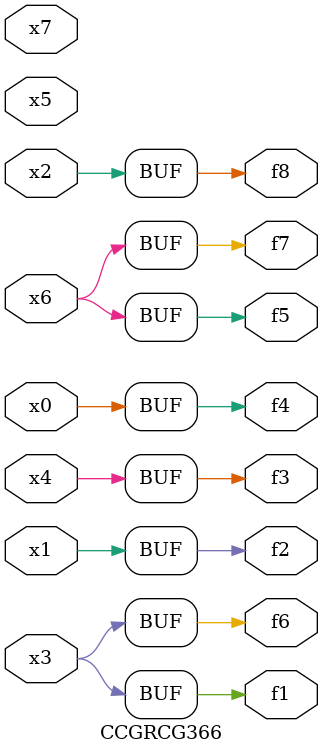
<source format=v>
module CCGRCG366(
	input x0, x1, x2, x3, x4, x5, x6, x7,
	output f1, f2, f3, f4, f5, f6, f7, f8
);
	assign f1 = x3;
	assign f2 = x1;
	assign f3 = x4;
	assign f4 = x0;
	assign f5 = x6;
	assign f6 = x3;
	assign f7 = x6;
	assign f8 = x2;
endmodule

</source>
